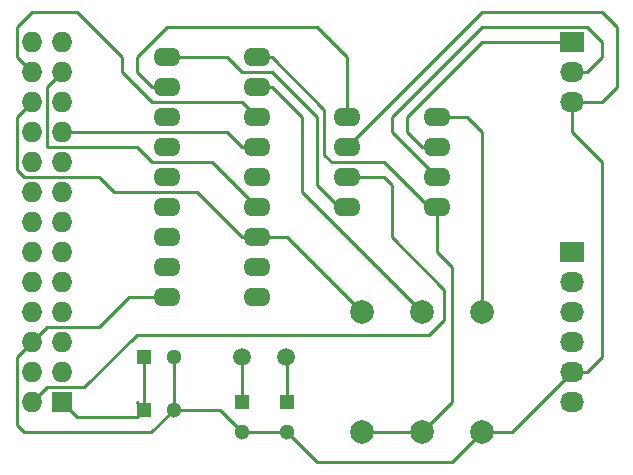
<source format=gbr>
G04 #@! TF.FileFunction,Copper,L1,Top,Signal*
%FSLAX46Y46*%
G04 Gerber Fmt 4.6, Leading zero omitted, Abs format (unit mm)*
G04 Created by KiCad (PCBNEW 4.0.1-stable) date 14.01.2016 22:08:46*
%MOMM*%
G01*
G04 APERTURE LIST*
%ADD10C,0.100000*%
%ADD11R,1.300000X1.300000*%
%ADD12C,1.300000*%
%ADD13R,1.727200X1.727200*%
%ADD14O,1.727200X1.727200*%
%ADD15O,2.300000X1.600000*%
%ADD16R,2.032000X1.727200*%
%ADD17O,2.032000X1.727200*%
%ADD18C,1.998980*%
%ADD19C,1.501140*%
%ADD20C,0.250000*%
G04 APERTURE END LIST*
D10*
D11*
X112395000Y-95885000D03*
D12*
X114895000Y-95885000D03*
D13*
X105410000Y-95250000D03*
D14*
X102870000Y-95250000D03*
X105410000Y-92710000D03*
X102870000Y-92710000D03*
X105410000Y-90170000D03*
X102870000Y-90170000D03*
X105410000Y-87630000D03*
X102870000Y-87630000D03*
X105410000Y-85090000D03*
X102870000Y-85090000D03*
X105410000Y-82550000D03*
X102870000Y-82550000D03*
X105410000Y-80010000D03*
X102870000Y-80010000D03*
X105410000Y-77470000D03*
X102870000Y-77470000D03*
X105410000Y-74930000D03*
X102870000Y-74930000D03*
X105410000Y-72390000D03*
X102870000Y-72390000D03*
X105410000Y-69850000D03*
X102870000Y-69850000D03*
X105410000Y-67310000D03*
X102870000Y-67310000D03*
X105410000Y-64770000D03*
X102870000Y-64770000D03*
D15*
X114300000Y-66040000D03*
X114300000Y-68580000D03*
X114300000Y-71120000D03*
X114300000Y-73660000D03*
X114300000Y-76200000D03*
X114300000Y-78740000D03*
X114300000Y-81280000D03*
X114300000Y-83820000D03*
X114300000Y-86360000D03*
X121920000Y-86360000D03*
X121920000Y-83820000D03*
X121920000Y-81280000D03*
X121920000Y-78740000D03*
X121920000Y-76200000D03*
X121920000Y-73660000D03*
X121920000Y-71120000D03*
X121920000Y-68580000D03*
X121920000Y-66040000D03*
D11*
X112395000Y-91440000D03*
D12*
X114895000Y-91440000D03*
D11*
X124460000Y-95250000D03*
D12*
X124460000Y-97750000D03*
D11*
X120650000Y-95250000D03*
D12*
X120650000Y-97750000D03*
D16*
X148590000Y-82550000D03*
D17*
X148590000Y-85090000D03*
X148590000Y-87630000D03*
X148590000Y-90170000D03*
X148590000Y-92710000D03*
X148590000Y-95250000D03*
D16*
X148590000Y-64770000D03*
D17*
X148590000Y-67310000D03*
X148590000Y-69850000D03*
D18*
X135890000Y-97790000D03*
X135890000Y-87630000D03*
X140970000Y-87630000D03*
X140970000Y-97790000D03*
X130810000Y-87630000D03*
X130810000Y-97790000D03*
D15*
X129540000Y-71120000D03*
X129540000Y-73660000D03*
X129540000Y-76200000D03*
X129540000Y-78740000D03*
X137160000Y-78740000D03*
X137160000Y-76200000D03*
X137160000Y-73660000D03*
X137160000Y-71120000D03*
D19*
X124454920Y-91440000D03*
X120655080Y-91440000D03*
D20*
X137160000Y-78740000D02*
X136525000Y-78740000D01*
X136525000Y-78740000D02*
X132715000Y-74930000D01*
X123190000Y-66040000D02*
X121920000Y-66040000D01*
X127635000Y-70485000D02*
X123190000Y-66040000D01*
X127635000Y-74295000D02*
X127635000Y-70485000D01*
X128270000Y-74930000D02*
X127635000Y-74295000D01*
X132715000Y-74930000D02*
X128270000Y-74930000D01*
X111760000Y-95250000D02*
X112395000Y-95885000D01*
X105410000Y-95250000D02*
X106680000Y-96520000D01*
X106680000Y-96520000D02*
X111760000Y-96520000D01*
X111760000Y-96520000D02*
X112395000Y-95885000D01*
X112395000Y-95885000D02*
X112395000Y-91440000D01*
X130810000Y-97790000D02*
X135890000Y-97790000D01*
X137160000Y-78740000D02*
X137160000Y-82550000D01*
X138430000Y-95250000D02*
X135890000Y-97790000D01*
X138430000Y-83820000D02*
X138430000Y-95250000D01*
X137160000Y-82550000D02*
X138430000Y-83820000D01*
X148590000Y-69850000D02*
X148590000Y-72390000D01*
X148590000Y-72390000D02*
X151130000Y-74930000D01*
X151130000Y-74930000D02*
X151130000Y-91440000D01*
X151130000Y-91440000D02*
X149860000Y-92710000D01*
X149860000Y-92710000D02*
X148590000Y-92710000D01*
X148590000Y-69850000D02*
X151130000Y-69850000D01*
X140970000Y-62230000D02*
X129540000Y-73660000D01*
X151130000Y-62230000D02*
X140970000Y-62230000D01*
X152400000Y-63500000D02*
X151130000Y-62230000D01*
X152400000Y-68580000D02*
X152400000Y-63500000D01*
X151130000Y-69850000D02*
X152400000Y-68580000D01*
X140970000Y-97790000D02*
X143510000Y-97790000D01*
X143510000Y-97790000D02*
X148590000Y-92710000D01*
X138430000Y-100330000D02*
X127000000Y-100330000D01*
X127000000Y-100330000D02*
X124460000Y-97790000D01*
X140970000Y-97790000D02*
X138430000Y-100330000D01*
X102870000Y-90170000D02*
X101600000Y-91440000D01*
X101600000Y-91440000D02*
X101600000Y-97155000D01*
X101600000Y-97155000D02*
X102235000Y-97790000D01*
X102235000Y-97790000D02*
X112990000Y-97790000D01*
X112990000Y-97790000D02*
X114895000Y-95885000D01*
X114300000Y-86360000D02*
X111125000Y-86360000D01*
X111125000Y-86360000D02*
X108585000Y-88900000D01*
X108585000Y-88900000D02*
X104140000Y-88900000D01*
X104140000Y-88900000D02*
X102870000Y-90170000D01*
X114895000Y-95885000D02*
X118785000Y-95885000D01*
X118785000Y-95885000D02*
X120650000Y-97750000D01*
X114895000Y-91440000D02*
X114895000Y-95885000D01*
X124460000Y-97750000D02*
X120650000Y-97750000D01*
X124460000Y-97790000D02*
X124460000Y-97750000D01*
X103505000Y-90170000D02*
X102870000Y-90170000D01*
X124454920Y-91440000D02*
X124454920Y-90799920D01*
X124460000Y-95250000D02*
X124460000Y-91445080D01*
X124460000Y-91445080D02*
X124454920Y-91440000D01*
X120650000Y-95250000D02*
X120650000Y-91445080D01*
X120650000Y-91445080D02*
X120655080Y-91440000D01*
X129540000Y-76200000D02*
X132715000Y-76200000D01*
X104140000Y-93980000D02*
X102870000Y-95250000D01*
X107315000Y-93980000D02*
X104140000Y-93980000D01*
X111760000Y-89535000D02*
X107315000Y-93980000D01*
X136525000Y-89535000D02*
X111760000Y-89535000D01*
X137795000Y-88265000D02*
X136525000Y-89535000D01*
X137795000Y-85725000D02*
X137795000Y-88265000D01*
X133350000Y-81280000D02*
X137795000Y-85725000D01*
X133350000Y-76835000D02*
X133350000Y-81280000D01*
X132715000Y-76200000D02*
X133350000Y-76835000D01*
X148590000Y-64770000D02*
X140970000Y-64770000D01*
X135890000Y-73660000D02*
X137160000Y-73660000D01*
X134620000Y-72390000D02*
X135890000Y-73660000D01*
X134620000Y-71120000D02*
X134620000Y-72390000D01*
X140970000Y-64770000D02*
X134620000Y-71120000D01*
X148590000Y-67310000D02*
X149860000Y-67310000D01*
X133350000Y-72390000D02*
X137160000Y-76200000D01*
X133350000Y-71120000D02*
X133350000Y-72390000D01*
X140970000Y-63500000D02*
X133350000Y-71120000D01*
X149860000Y-63500000D02*
X140970000Y-63500000D01*
X151130000Y-64770000D02*
X149860000Y-63500000D01*
X151130000Y-66040000D02*
X151130000Y-64770000D01*
X149860000Y-67310000D02*
X151130000Y-66040000D01*
X135890000Y-87630000D02*
X125730000Y-77470000D01*
X123190000Y-68580000D02*
X121920000Y-68580000D01*
X125730000Y-71120000D02*
X123190000Y-68580000D01*
X125730000Y-77470000D02*
X125730000Y-71120000D01*
X137160000Y-71120000D02*
X139700000Y-71120000D01*
X140970000Y-72390000D02*
X140970000Y-87630000D01*
X139700000Y-71120000D02*
X140970000Y-72390000D01*
X105410000Y-72390000D02*
X119380000Y-72390000D01*
X120650000Y-73660000D02*
X121920000Y-73660000D01*
X119380000Y-72390000D02*
X120650000Y-73660000D01*
X105410000Y-67310000D02*
X104140000Y-68580000D01*
X104140000Y-69850000D02*
X104140000Y-71120000D01*
X104140000Y-68580000D02*
X104140000Y-69850000D01*
X104140000Y-71120000D02*
X104140000Y-72390000D01*
X104140000Y-72390000D02*
X104140000Y-73660000D01*
X104140000Y-73660000D02*
X111760000Y-73660000D01*
X111760000Y-73660000D02*
X113030000Y-74930000D01*
X113030000Y-74930000D02*
X118110000Y-74930000D01*
X118110000Y-74930000D02*
X121920000Y-78740000D01*
X102870000Y-67310000D02*
X101600000Y-66040000D01*
X120650000Y-69850000D02*
X121920000Y-71120000D01*
X113030000Y-69850000D02*
X120650000Y-69850000D01*
X110490000Y-67310000D02*
X113030000Y-69850000D01*
X110490000Y-66040000D02*
X110490000Y-67310000D01*
X106680000Y-62230000D02*
X110490000Y-66040000D01*
X102870000Y-62230000D02*
X106680000Y-62230000D01*
X101600000Y-63500000D02*
X102870000Y-62230000D01*
X101600000Y-66040000D02*
X101600000Y-63500000D01*
X114300000Y-66040000D02*
X119380000Y-66040000D01*
X127000000Y-76835000D02*
X128905000Y-78740000D01*
X127000000Y-71120000D02*
X127000000Y-76835000D01*
X123190000Y-67310000D02*
X127000000Y-71120000D01*
X120650000Y-67310000D02*
X123190000Y-67310000D01*
X119380000Y-66040000D02*
X120650000Y-67310000D01*
X128905000Y-78740000D02*
X129540000Y-78740000D01*
X121920000Y-81280000D02*
X124460000Y-81280000D01*
X124460000Y-81280000D02*
X130810000Y-87630000D01*
X101600000Y-75565000D02*
X101600000Y-71120000D01*
X120650000Y-81280000D02*
X116840000Y-77470000D01*
X116840000Y-77470000D02*
X109855000Y-77470000D01*
X109855000Y-77470000D02*
X108585000Y-76200000D01*
X108585000Y-76200000D02*
X102235000Y-76200000D01*
X102235000Y-76200000D02*
X101600000Y-75565000D01*
X121920000Y-81280000D02*
X120650000Y-81280000D01*
X101600000Y-71120000D02*
X102870000Y-69850000D01*
X113030000Y-64770000D02*
X111760000Y-66040000D01*
X129540000Y-66040000D02*
X127000000Y-63500000D01*
X127000000Y-63500000D02*
X114300000Y-63500000D01*
X114300000Y-63500000D02*
X113030000Y-64770000D01*
X129540000Y-71120000D02*
X129540000Y-66040000D01*
X113030000Y-68580000D02*
X114300000Y-68580000D01*
X111760000Y-67310000D02*
X113030000Y-68580000D01*
X111760000Y-66040000D02*
X111760000Y-67310000D01*
M02*

</source>
